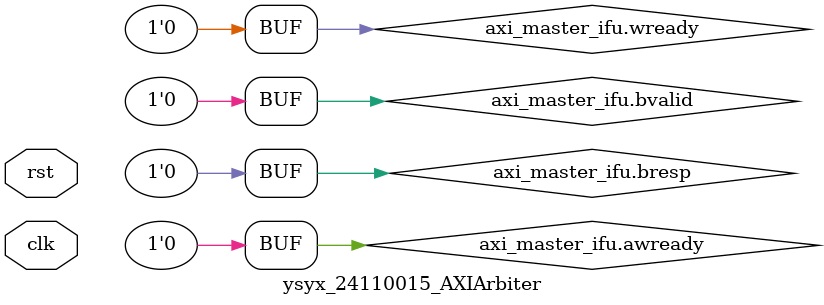
<source format=sv>
module ysyx_24110015_AXIArbiter (
    input clk,
    input rst,
    axi_if.slave axi_master_ifu,
    axi_if.slave axi_master_lsu,
    axi_if.master axi_slave
);
    logic [1:0] state, next_state;
    parameter IDLE = 2'b00, IFU = 2'b01, LSU = 2'b10;

    always @(posedge clk or posedge rst) begin
        if(!rst) begin
            state <= next_state;
        end else begin
            state <= IDLE;
        end
    end

    always @(*) begin
        axi_master_ifu.arready = 0;
        axi_master_ifu.rdata = 0;
        axi_master_ifu.rresp = 0;
        axi_master_ifu.rvalid = 0;
        axi_master_ifu.awready = 0;
        axi_master_ifu.wready = 0;
        axi_master_ifu.bresp = 0;
        axi_master_ifu.bvalid = 0;

        axi_master_lsu.arready = 0;
        axi_master_lsu.rdata = 0;
        axi_master_lsu.rresp = 0;
        axi_master_lsu.rvalid = 0;
        axi_master_lsu.awready = 0;
        axi_master_lsu.wready = 0;
        axi_master_lsu.bresp = 0;
        axi_master_lsu.bvalid = 0;

        axi_slave.araddr = 0;
        axi_slave.arid = 0;
        axi_slave.arlen = 0;
        axi_slave.arsize = 0;
        axi_slave.arburst = 0;
        axi_slave.arvalid = 0;
        axi_slave.rready = 0;
        axi_slave.awaddr = 0;
        axi_slave.awid = 0;
        axi_slave.awlen = 0;
        axi_slave.awsize = 0;
        axi_slave.awburst = 0;
        axi_slave.awvalid = 0;
        axi_slave.wdata = 0;
        axi_slave.wstrb = 0;
        axi_slave.wlast = 0;
        axi_slave.wvalid = 0;
        axi_slave.bready = 0;

        case(state)
            IDLE: begin
                if(axi_master_ifu.arvalid) begin
                    next_state = IFU;
                    // AR channel
                    axi_slave.araddr = axi_master_ifu.araddr;
                    axi_slave.arid = axi_master_ifu.arid;
                    axi_slave.arlen = axi_master_ifu.arlen;
                    axi_slave.arsize = axi_master_ifu.arsize;
                    axi_slave.arburst = axi_master_ifu.arburst;
                    axi_slave.arvalid = axi_master_ifu.arvalid;
                    axi_master_ifu.arready = axi_slave.arready;
                    // R channel
                    axi_master_ifu.rdata = axi_slave.rdata;
                    axi_master_ifu.rresp = axi_slave.rresp;
                    axi_master_ifu.rlast = axi_slave.rlast;
                    axi_master_ifu.rid = axi_slave.rid;
                    axi_master_ifu.rvalid = axi_slave.rvalid;
                    axi_slave.rready = axi_master_ifu.rready;
                end else if(axi_master_lsu.arvalid | axi_master_lsu.awvalid) begin
                    next_state = LSU;
                    // AR channel
                    axi_slave.araddr = axi_master_lsu.araddr;
                    axi_slave.arid = axi_master_lsu.arid;
                    axi_slave.arlen = axi_master_lsu.arlen;
                    axi_slave.arsize = axi_master_lsu.arsize;
                    axi_slave.arburst = axi_master_lsu.arburst;
                    axi_slave.arvalid = axi_master_lsu.arvalid;
                    axi_master_lsu.arready = axi_slave.arready;
                    // R channel
                    axi_master_lsu.rdata = axi_slave.rdata;
                    axi_master_lsu.rresp = axi_slave.rresp;
                    axi_master_lsu.rlast = axi_slave.rlast;
                    axi_master_lsu.rid = axi_slave.rid;
                    axi_master_lsu.rvalid = axi_slave.rvalid;
                    axi_slave.rready = axi_master_lsu.rready;
                    // AW channel
                    axi_slave.awaddr = axi_master_lsu.awaddr;
                    axi_slave.awid = axi_master_lsu.awid;
                    axi_slave.awlen = axi_master_lsu.awlen;
                    axi_slave.awsize = axi_master_lsu.awsize;
                    axi_slave.awburst = axi_master_lsu.awburst;
                    axi_slave.awvalid = axi_master_lsu.awvalid;
                    axi_master_lsu.awready = axi_slave.awready;
                    // W channel
                    axi_slave.wdata = axi_master_lsu.wdata;
                    axi_slave.wstrb = axi_master_lsu.wstrb;
                    axi_slave.wlast = axi_master_lsu.wlast;
                    axi_slave.wvalid = axi_master_lsu.wvalid;
                    axi_master_lsu.wready = axi_slave.wready;
                    // B channel
                    axi_master_lsu.bresp = axi_slave.bresp;
                    axi_master_lsu.bid = axi_slave.bid;
                    axi_master_lsu.bvalid = axi_slave.bvalid;
                    axi_slave.bready = axi_master_lsu.bready;
                end else begin
                    next_state = IDLE;
                end
            end
            IFU: begin
                // AR channel
                axi_slave.araddr = axi_master_ifu.araddr;
                axi_slave.arid = axi_master_ifu.arid;
                axi_slave.arlen = axi_master_ifu.arlen;
                axi_slave.arsize = axi_master_ifu.arsize;
                axi_slave.arburst = axi_master_ifu.arburst;
                axi_slave.arvalid = axi_master_ifu.arvalid;
                axi_master_ifu.arready = axi_slave.arready;
                // R channel
                axi_master_ifu.rdata = axi_slave.rdata;
                axi_master_ifu.rresp = axi_slave.rresp;
                axi_master_ifu.rlast = axi_slave.rlast;
                axi_master_ifu.rid = axi_slave.rid;
                axi_master_ifu.rvalid = axi_slave.rvalid;
                axi_slave.rready = axi_master_ifu.rready;
                if(axi_slave.rvalid & axi_master_ifu.rready) begin
                    next_state = IDLE;
                end else begin
                    next_state = IFU;
                end
            end
            LSU: begin
                // AR channel
                axi_slave.araddr = axi_master_lsu.araddr;
                axi_slave.arid = axi_master_lsu.arid;
                axi_slave.arlen = axi_master_lsu.arlen;
                axi_slave.arsize = axi_master_lsu.arsize;
                axi_slave.arburst = axi_master_lsu.arburst;
                axi_slave.arvalid = axi_master_lsu.arvalid;
                axi_master_lsu.arready = axi_slave.arready;
                // R channel
                axi_master_lsu.rdata = axi_slave.rdata;
                axi_master_lsu.rresp = axi_slave.rresp;
                axi_master_lsu.rlast = axi_slave.rlast;
                axi_master_lsu.rid = axi_slave.rid;
                axi_master_lsu.rvalid = axi_slave.rvalid;
                axi_slave.rready = axi_master_lsu.rready;
                // AW channel
                axi_slave.awaddr = axi_master_lsu.awaddr;
                axi_slave.awid = axi_master_lsu.awid;
                axi_slave.awlen = axi_master_lsu.awlen;
                axi_slave.awsize = axi_master_lsu.awsize;
                axi_slave.awburst = axi_master_lsu.awburst;
                axi_slave.awvalid = axi_master_lsu.awvalid;
                axi_master_lsu.awready = axi_slave.awready;
                // W channel
                axi_slave.wdata = axi_master_lsu.wdata;
                axi_slave.wstrb = axi_master_lsu.wstrb;
                axi_slave.wlast = axi_master_lsu.wlast;
                axi_slave.wvalid = axi_master_lsu.wvalid;
                axi_master_lsu.wready = axi_slave.wready;
                // B channel
                axi_master_lsu.bresp = axi_slave.bresp;
                axi_master_lsu.bid = axi_slave.bid;
                axi_master_lsu.bvalid = axi_slave.bvalid;
                axi_slave.bready = axi_master_lsu.bready;
                if((axi_slave.rvalid & axi_master_lsu.rready)|(axi_slave.bvalid & axi_master_lsu.bready)) begin
                    next_state = IDLE;
                end else begin
                    next_state = LSU;
                end
            end
            default: begin
                next_state = IDLE;
            end
        endcase
    end


endmodule
</source>
